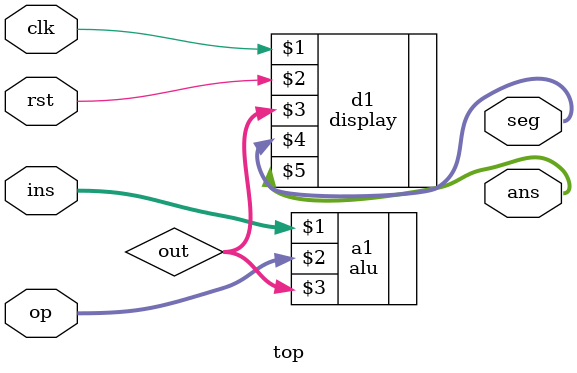
<source format=v>
`timescale 1ns / 1ps


module top(
    input [7:0] ins,
    input [2:0] op,
    input clk,
    input rst,
    output [6:0] seg,
    output [7:0] ans
    );
    wire [31:0] out;
    alu a1(ins,op,out);
    display d1(clk,rst,out,seg,ans);
endmodule

</source>
